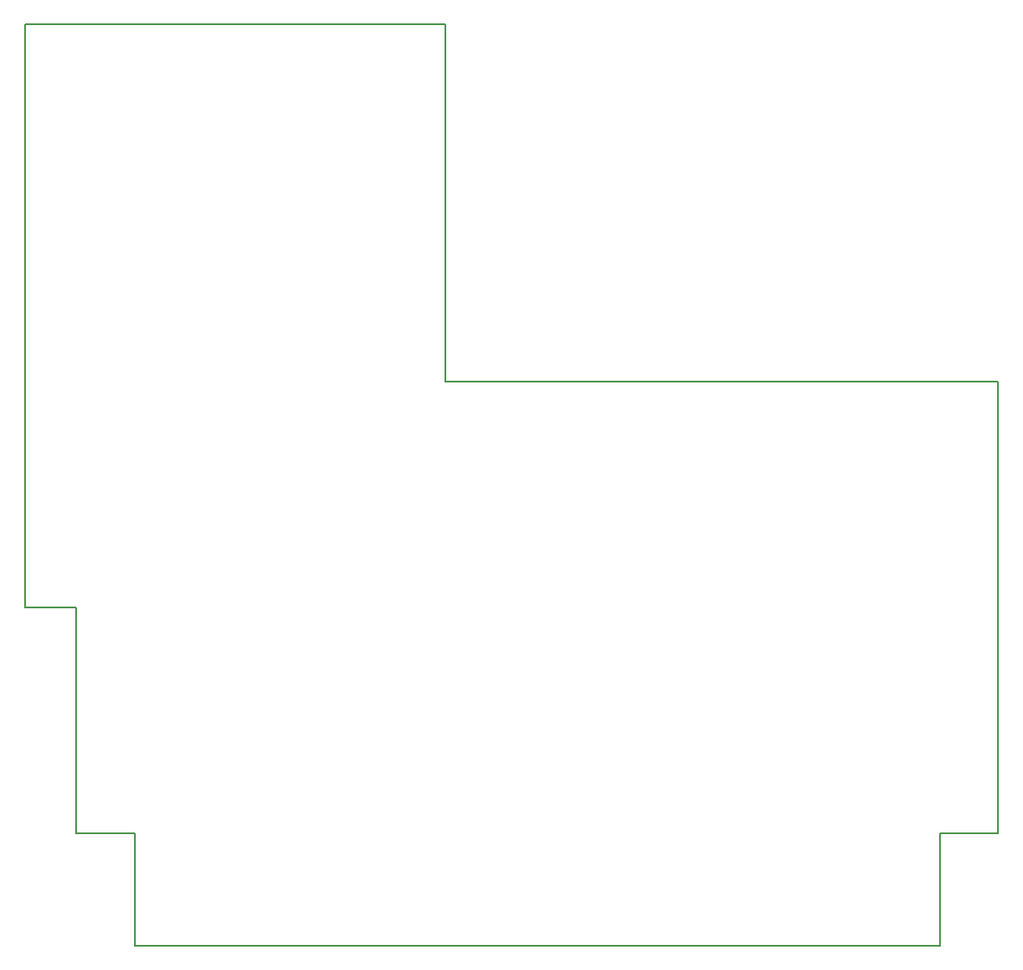
<source format=gm1>
G04 MADE WITH FRITZING*
G04 WWW.FRITZING.ORG*
G04 DOUBLE SIDED*
G04 HOLES PLATED*
G04 CONTOUR ON CENTER OF CONTOUR VECTOR*
%ASAXBY*%
%FSLAX23Y23*%
%MOIN*%
%OFA0B0*%
%SFA1.0B1.0*%
%ADD10C,0.008*%
%LNCONTOUR*%
G90*
G70*
G54D10*
X1618Y2173D02*
X1618Y3551D01*
X0Y3551D01*
X0Y1303D01*
X197Y1303D01*
X197Y433D01*
X421Y433D01*
X421Y0D01*
X3524Y0D01*
X3524Y433D01*
X3748Y433D01*
X3748Y2173D01*
X1618Y2173D01*
D02*
G04 End of contour*
M02*
</source>
